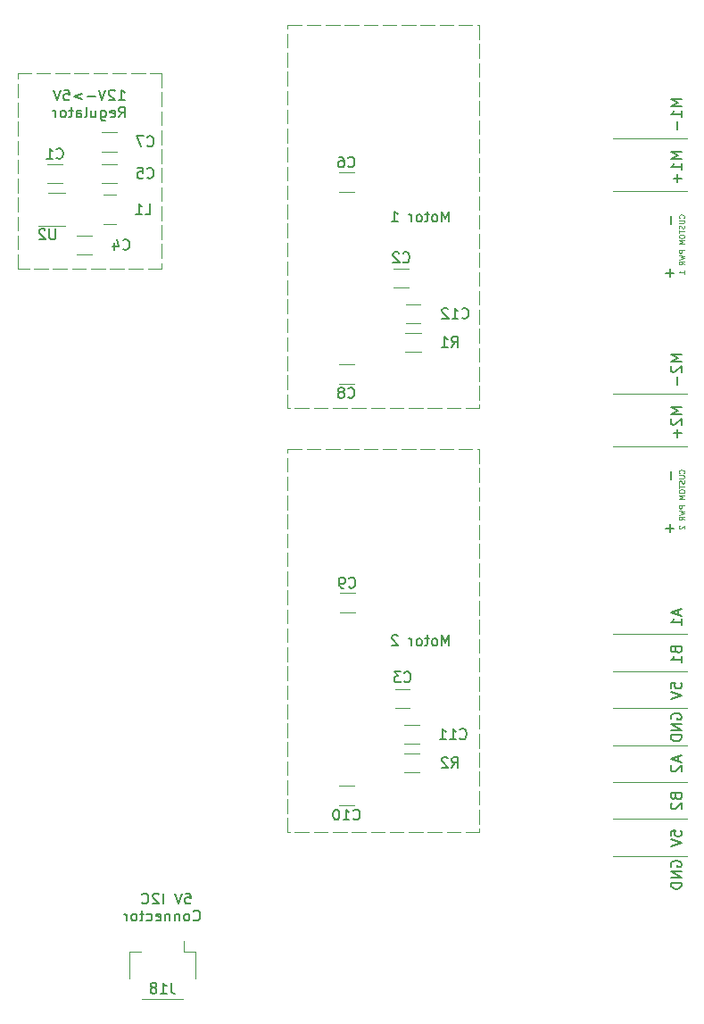
<source format=gbr>
%TF.GenerationSoftware,KiCad,Pcbnew,7.0.9*%
%TF.CreationDate,2024-02-10T00:09:35-05:00*%
%TF.ProjectId,BREAD_Slice,42524541-445f-4536-9c69-63652e6b6963,rev?*%
%TF.SameCoordinates,PX74eba40PY8552dc0*%
%TF.FileFunction,Legend,Bot*%
%TF.FilePolarity,Positive*%
%FSLAX46Y46*%
G04 Gerber Fmt 4.6, Leading zero omitted, Abs format (unit mm)*
G04 Created by KiCad (PCBNEW 7.0.9) date 2024-02-10 00:09:35*
%MOMM*%
%LPD*%
G01*
G04 APERTURE LIST*
%ADD10C,0.120000*%
%ADD11C,0.125000*%
%ADD12C,0.150000*%
%ADD13C,0.100000*%
G04 APERTURE END LIST*
D10*
X31900000Y52864450D02*
X33220000Y52864450D01*
X33700000Y52864450D02*
X35020000Y52864450D01*
X35500000Y52864450D02*
X36820000Y52864450D01*
X37300000Y52864450D02*
X38620000Y52864450D01*
X39100000Y52864450D02*
X40420000Y52864450D01*
X40900000Y52864450D02*
X42220000Y52864450D01*
X42700000Y52864450D02*
X44020000Y52864450D01*
X44500000Y52864450D02*
X45820000Y52864450D01*
X46300000Y52864450D02*
X47620000Y52864450D01*
X48100000Y52864450D02*
X49420000Y52864450D01*
X49900000Y52864450D02*
X50100000Y52864450D01*
X50100000Y52864450D02*
X50100000Y51544450D01*
X50100000Y51064450D02*
X50100000Y49744450D01*
X50100000Y49264450D02*
X50100000Y47944450D01*
X50100000Y47464450D02*
X50100000Y46144450D01*
X50100000Y45664450D02*
X50100000Y44344450D01*
X50100000Y43864450D02*
X50100000Y42544450D01*
X50100000Y42064450D02*
X50100000Y40744450D01*
X50100000Y40264450D02*
X50100000Y38944450D01*
X50100000Y38464450D02*
X50100000Y37144450D01*
X50100000Y36664450D02*
X50100000Y35344450D01*
X50100000Y34864450D02*
X50100000Y33544450D01*
X50100000Y33064450D02*
X50100000Y31744450D01*
X50100000Y31264450D02*
X50100000Y29944450D01*
X50100000Y29464450D02*
X50100000Y28144450D01*
X50100000Y27664450D02*
X50100000Y26344450D01*
X50100000Y25864450D02*
X50100000Y24544450D01*
X50100000Y24064450D02*
X50100000Y22744450D01*
X50100000Y22264450D02*
X50100000Y20944450D01*
X50100000Y20464450D02*
X50100000Y19144450D01*
X50100000Y18664450D02*
X50100000Y17344450D01*
X50100000Y16864450D02*
X50100000Y16539050D01*
X50100000Y16539050D02*
X48780000Y16539050D01*
X48300000Y16539050D02*
X46980000Y16539050D01*
X46500000Y16539050D02*
X45180000Y16539050D01*
X44700000Y16539050D02*
X43380000Y16539050D01*
X42900000Y16539050D02*
X41580000Y16539050D01*
X41100000Y16539050D02*
X39780000Y16539050D01*
X39300000Y16539050D02*
X37980000Y16539050D01*
X37500000Y16539050D02*
X36180000Y16539050D01*
X35700000Y16539050D02*
X34380000Y16539050D01*
X33900000Y16539050D02*
X32580000Y16539050D01*
X32100000Y16539050D02*
X31900000Y16539050D01*
X31900000Y16539050D02*
X31900000Y17859050D01*
X31900000Y18339050D02*
X31900000Y19659050D01*
X31900000Y20139050D02*
X31900000Y21459050D01*
X31900000Y21939050D02*
X31900000Y23259050D01*
X31900000Y23739050D02*
X31900000Y25059050D01*
X31900000Y25539050D02*
X31900000Y26859050D01*
X31900000Y27339050D02*
X31900000Y28659050D01*
X31900000Y29139050D02*
X31900000Y30459050D01*
X31900000Y30939050D02*
X31900000Y32259050D01*
X31900000Y32739050D02*
X31900000Y34059050D01*
X31900000Y34539050D02*
X31900000Y35859050D01*
X31900000Y36339050D02*
X31900000Y37659050D01*
X31900000Y38139050D02*
X31900000Y39459050D01*
X31900000Y39939050D02*
X31900000Y41259050D01*
X31900000Y41739050D02*
X31900000Y43059050D01*
X31900000Y43539050D02*
X31900000Y44859050D01*
X31900000Y45339050D02*
X31900000Y46659050D01*
X31900000Y47139050D02*
X31900000Y48459050D01*
X31900000Y48939050D02*
X31900000Y50259050D01*
X31900000Y50739050D02*
X31900000Y52059050D01*
X31900000Y52539050D02*
X31900000Y52864450D01*
X31900000Y93064450D02*
X33220000Y93064450D01*
X33700000Y93064450D02*
X35020000Y93064450D01*
X35500000Y93064450D02*
X36820000Y93064450D01*
X37300000Y93064450D02*
X38620000Y93064450D01*
X39100000Y93064450D02*
X40420000Y93064450D01*
X40900000Y93064450D02*
X42220000Y93064450D01*
X42700000Y93064450D02*
X44020000Y93064450D01*
X44500000Y93064450D02*
X45820000Y93064450D01*
X46300000Y93064450D02*
X47620000Y93064450D01*
X48100000Y93064450D02*
X49420000Y93064450D01*
X49900000Y93064450D02*
X50100000Y93064450D01*
X50100000Y93064450D02*
X50100000Y91744450D01*
X50100000Y91264450D02*
X50100000Y89944450D01*
X50100000Y89464450D02*
X50100000Y88144450D01*
X50100000Y87664450D02*
X50100000Y86344450D01*
X50100000Y85864450D02*
X50100000Y84544450D01*
X50100000Y84064450D02*
X50100000Y82744450D01*
X50100000Y82264450D02*
X50100000Y80944450D01*
X50100000Y80464450D02*
X50100000Y79144450D01*
X50100000Y78664450D02*
X50100000Y77344450D01*
X50100000Y76864450D02*
X50100000Y75544450D01*
X50100000Y75064450D02*
X50100000Y73744450D01*
X50100000Y73264450D02*
X50100000Y71944450D01*
X50100000Y71464450D02*
X50100000Y70144450D01*
X50100000Y69664450D02*
X50100000Y68344450D01*
X50100000Y67864450D02*
X50100000Y66544450D01*
X50100000Y66064450D02*
X50100000Y64744450D01*
X50100000Y64264450D02*
X50100000Y62944450D01*
X50100000Y62464450D02*
X50100000Y61144450D01*
X50100000Y60664450D02*
X50100000Y59344450D01*
X50100000Y58864450D02*
X50100000Y57544450D01*
X50100000Y57064450D02*
X50100000Y56739050D01*
X50100000Y56739050D02*
X48780000Y56739050D01*
X48300000Y56739050D02*
X46980000Y56739050D01*
X46500000Y56739050D02*
X45180000Y56739050D01*
X44700000Y56739050D02*
X43380000Y56739050D01*
X42900000Y56739050D02*
X41580000Y56739050D01*
X41100000Y56739050D02*
X39780000Y56739050D01*
X39300000Y56739050D02*
X37980000Y56739050D01*
X37500000Y56739050D02*
X36180000Y56739050D01*
X35700000Y56739050D02*
X34380000Y56739050D01*
X33900000Y56739050D02*
X32580000Y56739050D01*
X32100000Y56739050D02*
X31900000Y56739050D01*
X31900000Y56739050D02*
X31900000Y58059050D01*
X31900000Y58539050D02*
X31900000Y59859050D01*
X31900000Y60339050D02*
X31900000Y61659050D01*
X31900000Y62139050D02*
X31900000Y63459050D01*
X31900000Y63939050D02*
X31900000Y65259050D01*
X31900000Y65739050D02*
X31900000Y67059050D01*
X31900000Y67539050D02*
X31900000Y68859050D01*
X31900000Y69339050D02*
X31900000Y70659050D01*
X31900000Y71139050D02*
X31900000Y72459050D01*
X31900000Y72939050D02*
X31900000Y74259050D01*
X31900000Y74739050D02*
X31900000Y76059050D01*
X31900000Y76539050D02*
X31900000Y77859050D01*
X31900000Y78339050D02*
X31900000Y79659050D01*
X31900000Y80139050D02*
X31900000Y81459050D01*
X31900000Y81939050D02*
X31900000Y83259050D01*
X31900000Y83739050D02*
X31900000Y85059050D01*
X31900000Y85539050D02*
X31900000Y86859050D01*
X31900000Y87339050D02*
X31900000Y88659050D01*
X31900000Y89139050D02*
X31900000Y90459050D01*
X31900000Y90939050D02*
X31900000Y92259050D01*
X31900000Y92739050D02*
X31900000Y93064450D01*
X6250000Y88500000D02*
X7570000Y88500000D01*
X8050000Y88500000D02*
X9370000Y88500000D01*
X9850000Y88500000D02*
X11170000Y88500000D01*
X11650000Y88500000D02*
X12970000Y88500000D01*
X13450000Y88500000D02*
X14770000Y88500000D01*
X15250000Y88500000D02*
X16570000Y88500000D01*
X17050000Y88500000D02*
X18370000Y88500000D01*
X18850000Y88500000D02*
X19950000Y88500000D01*
X19950000Y88500000D02*
X19950000Y87180000D01*
X19950000Y86700000D02*
X19950000Y85380000D01*
X19950000Y84900000D02*
X19950000Y83580000D01*
X19950000Y83100000D02*
X19950000Y81780000D01*
X19950000Y81300000D02*
X19950000Y79980000D01*
X19950000Y79500000D02*
X19950000Y78180000D01*
X19950000Y77700000D02*
X19950000Y76380000D01*
X19950000Y75900000D02*
X19950000Y74580000D01*
X19950000Y74100000D02*
X19950000Y72780000D01*
X19950000Y72300000D02*
X19950000Y70980000D01*
X19950000Y70500000D02*
X19950000Y70000000D01*
X19950000Y70000000D02*
X18630000Y70000000D01*
X18150000Y70000000D02*
X16830000Y70000000D01*
X16350000Y70000000D02*
X15030000Y70000000D01*
X14550000Y70000000D02*
X13230000Y70000000D01*
X12750000Y70000000D02*
X11430000Y70000000D01*
X10950000Y70000000D02*
X9630000Y70000000D01*
X9150000Y70000000D02*
X7830000Y70000000D01*
X7350000Y70000000D02*
X6250000Y70000000D01*
X6250000Y70000000D02*
X6250000Y71320000D01*
X6250000Y71800000D02*
X6250000Y73120000D01*
X6250000Y73600000D02*
X6250000Y74920000D01*
X6250000Y75400000D02*
X6250000Y76720000D01*
X6250000Y77200000D02*
X6250000Y78520000D01*
X6250000Y79000000D02*
X6250000Y80320000D01*
X6250000Y80800000D02*
X6250000Y82120000D01*
X6250000Y82600000D02*
X6250000Y83920000D01*
X6250000Y84400000D02*
X6250000Y85720000D01*
X6250000Y86200000D02*
X6250000Y87520000D01*
X6250000Y88000000D02*
X6250000Y88500000D01*
D11*
X69477190Y74788096D02*
X69501000Y74811905D01*
X69501000Y74811905D02*
X69524809Y74883334D01*
X69524809Y74883334D02*
X69524809Y74930953D01*
X69524809Y74930953D02*
X69501000Y75002381D01*
X69501000Y75002381D02*
X69453380Y75050000D01*
X69453380Y75050000D02*
X69405761Y75073810D01*
X69405761Y75073810D02*
X69310523Y75097619D01*
X69310523Y75097619D02*
X69239095Y75097619D01*
X69239095Y75097619D02*
X69143857Y75073810D01*
X69143857Y75073810D02*
X69096238Y75050000D01*
X69096238Y75050000D02*
X69048619Y75002381D01*
X69048619Y75002381D02*
X69024809Y74930953D01*
X69024809Y74930953D02*
X69024809Y74883334D01*
X69024809Y74883334D02*
X69048619Y74811905D01*
X69048619Y74811905D02*
X69072428Y74788096D01*
X69024809Y74573810D02*
X69429571Y74573810D01*
X69429571Y74573810D02*
X69477190Y74550000D01*
X69477190Y74550000D02*
X69501000Y74526191D01*
X69501000Y74526191D02*
X69524809Y74478572D01*
X69524809Y74478572D02*
X69524809Y74383334D01*
X69524809Y74383334D02*
X69501000Y74335715D01*
X69501000Y74335715D02*
X69477190Y74311905D01*
X69477190Y74311905D02*
X69429571Y74288096D01*
X69429571Y74288096D02*
X69024809Y74288096D01*
X69501000Y74073809D02*
X69524809Y74002381D01*
X69524809Y74002381D02*
X69524809Y73883333D01*
X69524809Y73883333D02*
X69501000Y73835714D01*
X69501000Y73835714D02*
X69477190Y73811905D01*
X69477190Y73811905D02*
X69429571Y73788095D01*
X69429571Y73788095D02*
X69381952Y73788095D01*
X69381952Y73788095D02*
X69334333Y73811905D01*
X69334333Y73811905D02*
X69310523Y73835714D01*
X69310523Y73835714D02*
X69286714Y73883333D01*
X69286714Y73883333D02*
X69262904Y73978571D01*
X69262904Y73978571D02*
X69239095Y74026190D01*
X69239095Y74026190D02*
X69215285Y74050000D01*
X69215285Y74050000D02*
X69167666Y74073809D01*
X69167666Y74073809D02*
X69120047Y74073809D01*
X69120047Y74073809D02*
X69072428Y74050000D01*
X69072428Y74050000D02*
X69048619Y74026190D01*
X69048619Y74026190D02*
X69024809Y73978571D01*
X69024809Y73978571D02*
X69024809Y73859524D01*
X69024809Y73859524D02*
X69048619Y73788095D01*
X69024809Y73645238D02*
X69024809Y73359524D01*
X69524809Y73502381D02*
X69024809Y73502381D01*
X69024809Y73097620D02*
X69024809Y73002382D01*
X69024809Y73002382D02*
X69048619Y72954763D01*
X69048619Y72954763D02*
X69096238Y72907144D01*
X69096238Y72907144D02*
X69191476Y72883334D01*
X69191476Y72883334D02*
X69358142Y72883334D01*
X69358142Y72883334D02*
X69453380Y72907144D01*
X69453380Y72907144D02*
X69501000Y72954763D01*
X69501000Y72954763D02*
X69524809Y73002382D01*
X69524809Y73002382D02*
X69524809Y73097620D01*
X69524809Y73097620D02*
X69501000Y73145239D01*
X69501000Y73145239D02*
X69453380Y73192858D01*
X69453380Y73192858D02*
X69358142Y73216667D01*
X69358142Y73216667D02*
X69191476Y73216667D01*
X69191476Y73216667D02*
X69096238Y73192858D01*
X69096238Y73192858D02*
X69048619Y73145239D01*
X69048619Y73145239D02*
X69024809Y73097620D01*
X69524809Y72669048D02*
X69024809Y72669048D01*
X69024809Y72669048D02*
X69381952Y72502381D01*
X69381952Y72502381D02*
X69024809Y72335715D01*
X69024809Y72335715D02*
X69524809Y72335715D01*
X69524809Y71716667D02*
X69024809Y71716667D01*
X69024809Y71716667D02*
X69024809Y71526191D01*
X69024809Y71526191D02*
X69048619Y71478572D01*
X69048619Y71478572D02*
X69072428Y71454762D01*
X69072428Y71454762D02*
X69120047Y71430953D01*
X69120047Y71430953D02*
X69191476Y71430953D01*
X69191476Y71430953D02*
X69239095Y71454762D01*
X69239095Y71454762D02*
X69262904Y71478572D01*
X69262904Y71478572D02*
X69286714Y71526191D01*
X69286714Y71526191D02*
X69286714Y71716667D01*
X69024809Y71264286D02*
X69524809Y71145238D01*
X69524809Y71145238D02*
X69167666Y71050000D01*
X69167666Y71050000D02*
X69524809Y70954762D01*
X69524809Y70954762D02*
X69024809Y70835714D01*
X69524809Y70359524D02*
X69286714Y70526190D01*
X69524809Y70645238D02*
X69024809Y70645238D01*
X69024809Y70645238D02*
X69024809Y70454762D01*
X69024809Y70454762D02*
X69048619Y70407143D01*
X69048619Y70407143D02*
X69072428Y70383333D01*
X69072428Y70383333D02*
X69120047Y70359524D01*
X69120047Y70359524D02*
X69191476Y70359524D01*
X69191476Y70359524D02*
X69239095Y70383333D01*
X69239095Y70383333D02*
X69262904Y70407143D01*
X69262904Y70407143D02*
X69286714Y70454762D01*
X69286714Y70454762D02*
X69286714Y70645238D01*
X69524809Y69502381D02*
X69524809Y69788095D01*
X69524809Y69645238D02*
X69024809Y69645238D01*
X69024809Y69645238D02*
X69096238Y69692857D01*
X69096238Y69692857D02*
X69143857Y69740476D01*
X69143857Y69740476D02*
X69167666Y69788095D01*
D12*
X68969104Y23714286D02*
X68969104Y23238096D01*
X69254819Y23809524D02*
X68254819Y23476191D01*
X68254819Y23476191D02*
X69254819Y23142858D01*
X68350057Y22857143D02*
X68302438Y22809524D01*
X68302438Y22809524D02*
X68254819Y22714286D01*
X68254819Y22714286D02*
X68254819Y22476191D01*
X68254819Y22476191D02*
X68302438Y22380953D01*
X68302438Y22380953D02*
X68350057Y22333334D01*
X68350057Y22333334D02*
X68445295Y22285715D01*
X68445295Y22285715D02*
X68540533Y22285715D01*
X68540533Y22285715D02*
X68683390Y22333334D01*
X68683390Y22333334D02*
X69254819Y22904762D01*
X69254819Y22904762D02*
X69254819Y22285715D01*
X67776048Y45373867D02*
X68537953Y45373867D01*
X68157000Y45754820D02*
X68157000Y44992915D01*
X68731009Y19904762D02*
X68778628Y19761905D01*
X68778628Y19761905D02*
X68826247Y19714286D01*
X68826247Y19714286D02*
X68921485Y19666667D01*
X68921485Y19666667D02*
X69064342Y19666667D01*
X69064342Y19666667D02*
X69159580Y19714286D01*
X69159580Y19714286D02*
X69207200Y19761905D01*
X69207200Y19761905D02*
X69254819Y19857143D01*
X69254819Y19857143D02*
X69254819Y20238095D01*
X69254819Y20238095D02*
X68254819Y20238095D01*
X68254819Y20238095D02*
X68254819Y19904762D01*
X68254819Y19904762D02*
X68302438Y19809524D01*
X68302438Y19809524D02*
X68350057Y19761905D01*
X68350057Y19761905D02*
X68445295Y19714286D01*
X68445295Y19714286D02*
X68540533Y19714286D01*
X68540533Y19714286D02*
X68635771Y19761905D01*
X68635771Y19761905D02*
X68683390Y19809524D01*
X68683390Y19809524D02*
X68731009Y19904762D01*
X68731009Y19904762D02*
X68731009Y20238095D01*
X68350057Y19285714D02*
X68302438Y19238095D01*
X68302438Y19238095D02*
X68254819Y19142857D01*
X68254819Y19142857D02*
X68254819Y18904762D01*
X68254819Y18904762D02*
X68302438Y18809524D01*
X68302438Y18809524D02*
X68350057Y18761905D01*
X68350057Y18761905D02*
X68445295Y18714286D01*
X68445295Y18714286D02*
X68540533Y18714286D01*
X68540533Y18714286D02*
X68683390Y18761905D01*
X68683390Y18761905D02*
X69254819Y19333333D01*
X69254819Y19333333D02*
X69254819Y18714286D01*
X68969104Y37614286D02*
X68969104Y37138096D01*
X69254819Y37709524D02*
X68254819Y37376191D01*
X68254819Y37376191D02*
X69254819Y37042858D01*
X69254819Y36185715D02*
X69254819Y36757143D01*
X69254819Y36471429D02*
X68254819Y36471429D01*
X68254819Y36471429D02*
X68397676Y36566667D01*
X68397676Y36566667D02*
X68492914Y36661905D01*
X68492914Y36661905D02*
X68540533Y36757143D01*
X67776048Y69573867D02*
X68537953Y69573867D01*
X68157000Y69954820D02*
X68157000Y69192915D01*
X68254819Y30190477D02*
X68254819Y30666667D01*
X68254819Y30666667D02*
X68731009Y30714286D01*
X68731009Y30714286D02*
X68683390Y30666667D01*
X68683390Y30666667D02*
X68635771Y30571429D01*
X68635771Y30571429D02*
X68635771Y30333334D01*
X68635771Y30333334D02*
X68683390Y30238096D01*
X68683390Y30238096D02*
X68731009Y30190477D01*
X68731009Y30190477D02*
X68826247Y30142858D01*
X68826247Y30142858D02*
X69064342Y30142858D01*
X69064342Y30142858D02*
X69159580Y30190477D01*
X69159580Y30190477D02*
X69207200Y30238096D01*
X69207200Y30238096D02*
X69254819Y30333334D01*
X69254819Y30333334D02*
X69254819Y30571429D01*
X69254819Y30571429D02*
X69207200Y30666667D01*
X69207200Y30666667D02*
X69159580Y30714286D01*
X68254819Y29857143D02*
X69254819Y29523810D01*
X69254819Y29523810D02*
X68254819Y29190477D01*
X68230865Y74980952D02*
X68230865Y74219047D01*
X68254819Y16190477D02*
X68254819Y16666667D01*
X68254819Y16666667D02*
X68731009Y16714286D01*
X68731009Y16714286D02*
X68683390Y16666667D01*
X68683390Y16666667D02*
X68635771Y16571429D01*
X68635771Y16571429D02*
X68635771Y16333334D01*
X68635771Y16333334D02*
X68683390Y16238096D01*
X68683390Y16238096D02*
X68731009Y16190477D01*
X68731009Y16190477D02*
X68826247Y16142858D01*
X68826247Y16142858D02*
X69064342Y16142858D01*
X69064342Y16142858D02*
X69159580Y16190477D01*
X69159580Y16190477D02*
X69207200Y16238096D01*
X69207200Y16238096D02*
X69254819Y16333334D01*
X69254819Y16333334D02*
X69254819Y16571429D01*
X69254819Y16571429D02*
X69207200Y16666667D01*
X69207200Y16666667D02*
X69159580Y16714286D01*
X68254819Y15857143D02*
X69254819Y15523810D01*
X69254819Y15523810D02*
X68254819Y15190477D01*
X15861904Y85940181D02*
X16433332Y85940181D01*
X16147618Y85940181D02*
X16147618Y86940181D01*
X16147618Y86940181D02*
X16242856Y86797324D01*
X16242856Y86797324D02*
X16338094Y86702086D01*
X16338094Y86702086D02*
X16433332Y86654467D01*
X15480951Y86844943D02*
X15433332Y86892562D01*
X15433332Y86892562D02*
X15338094Y86940181D01*
X15338094Y86940181D02*
X15099999Y86940181D01*
X15099999Y86940181D02*
X15004761Y86892562D01*
X15004761Y86892562D02*
X14957142Y86844943D01*
X14957142Y86844943D02*
X14909523Y86749705D01*
X14909523Y86749705D02*
X14909523Y86654467D01*
X14909523Y86654467D02*
X14957142Y86511610D01*
X14957142Y86511610D02*
X15528570Y85940181D01*
X15528570Y85940181D02*
X14909523Y85940181D01*
X14623808Y86940181D02*
X14290475Y85940181D01*
X14290475Y85940181D02*
X13957142Y86940181D01*
X13623808Y86321134D02*
X12861904Y86321134D01*
X12385713Y86606848D02*
X11623809Y86321134D01*
X11623809Y86321134D02*
X12385713Y86035420D01*
X10671428Y86940181D02*
X11147618Y86940181D01*
X11147618Y86940181D02*
X11195237Y86463991D01*
X11195237Y86463991D02*
X11147618Y86511610D01*
X11147618Y86511610D02*
X11052380Y86559229D01*
X11052380Y86559229D02*
X10814285Y86559229D01*
X10814285Y86559229D02*
X10719047Y86511610D01*
X10719047Y86511610D02*
X10671428Y86463991D01*
X10671428Y86463991D02*
X10623809Y86368753D01*
X10623809Y86368753D02*
X10623809Y86130658D01*
X10623809Y86130658D02*
X10671428Y86035420D01*
X10671428Y86035420D02*
X10719047Y85987800D01*
X10719047Y85987800D02*
X10814285Y85940181D01*
X10814285Y85940181D02*
X11052380Y85940181D01*
X11052380Y85940181D02*
X11147618Y85987800D01*
X11147618Y85987800D02*
X11195237Y86035420D01*
X10338094Y86940181D02*
X10004761Y85940181D01*
X10004761Y85940181D02*
X9671428Y86940181D01*
X15885715Y84330181D02*
X16219048Y84806372D01*
X16457143Y84330181D02*
X16457143Y85330181D01*
X16457143Y85330181D02*
X16076191Y85330181D01*
X16076191Y85330181D02*
X15980953Y85282562D01*
X15980953Y85282562D02*
X15933334Y85234943D01*
X15933334Y85234943D02*
X15885715Y85139705D01*
X15885715Y85139705D02*
X15885715Y84996848D01*
X15885715Y84996848D02*
X15933334Y84901610D01*
X15933334Y84901610D02*
X15980953Y84853991D01*
X15980953Y84853991D02*
X16076191Y84806372D01*
X16076191Y84806372D02*
X16457143Y84806372D01*
X15076191Y84377800D02*
X15171429Y84330181D01*
X15171429Y84330181D02*
X15361905Y84330181D01*
X15361905Y84330181D02*
X15457143Y84377800D01*
X15457143Y84377800D02*
X15504762Y84473039D01*
X15504762Y84473039D02*
X15504762Y84853991D01*
X15504762Y84853991D02*
X15457143Y84949229D01*
X15457143Y84949229D02*
X15361905Y84996848D01*
X15361905Y84996848D02*
X15171429Y84996848D01*
X15171429Y84996848D02*
X15076191Y84949229D01*
X15076191Y84949229D02*
X15028572Y84853991D01*
X15028572Y84853991D02*
X15028572Y84758753D01*
X15028572Y84758753D02*
X15504762Y84663515D01*
X14171429Y84996848D02*
X14171429Y84187324D01*
X14171429Y84187324D02*
X14219048Y84092086D01*
X14219048Y84092086D02*
X14266667Y84044467D01*
X14266667Y84044467D02*
X14361905Y83996848D01*
X14361905Y83996848D02*
X14504762Y83996848D01*
X14504762Y83996848D02*
X14600000Y84044467D01*
X14171429Y84377800D02*
X14266667Y84330181D01*
X14266667Y84330181D02*
X14457143Y84330181D01*
X14457143Y84330181D02*
X14552381Y84377800D01*
X14552381Y84377800D02*
X14600000Y84425420D01*
X14600000Y84425420D02*
X14647619Y84520658D01*
X14647619Y84520658D02*
X14647619Y84806372D01*
X14647619Y84806372D02*
X14600000Y84901610D01*
X14600000Y84901610D02*
X14552381Y84949229D01*
X14552381Y84949229D02*
X14457143Y84996848D01*
X14457143Y84996848D02*
X14266667Y84996848D01*
X14266667Y84996848D02*
X14171429Y84949229D01*
X13266667Y84996848D02*
X13266667Y84330181D01*
X13695238Y84996848D02*
X13695238Y84473039D01*
X13695238Y84473039D02*
X13647619Y84377800D01*
X13647619Y84377800D02*
X13552381Y84330181D01*
X13552381Y84330181D02*
X13409524Y84330181D01*
X13409524Y84330181D02*
X13314286Y84377800D01*
X13314286Y84377800D02*
X13266667Y84425420D01*
X12647619Y84330181D02*
X12742857Y84377800D01*
X12742857Y84377800D02*
X12790476Y84473039D01*
X12790476Y84473039D02*
X12790476Y85330181D01*
X11838095Y84330181D02*
X11838095Y84853991D01*
X11838095Y84853991D02*
X11885714Y84949229D01*
X11885714Y84949229D02*
X11980952Y84996848D01*
X11980952Y84996848D02*
X12171428Y84996848D01*
X12171428Y84996848D02*
X12266666Y84949229D01*
X11838095Y84377800D02*
X11933333Y84330181D01*
X11933333Y84330181D02*
X12171428Y84330181D01*
X12171428Y84330181D02*
X12266666Y84377800D01*
X12266666Y84377800D02*
X12314285Y84473039D01*
X12314285Y84473039D02*
X12314285Y84568277D01*
X12314285Y84568277D02*
X12266666Y84663515D01*
X12266666Y84663515D02*
X12171428Y84711134D01*
X12171428Y84711134D02*
X11933333Y84711134D01*
X11933333Y84711134D02*
X11838095Y84758753D01*
X11504761Y84996848D02*
X11123809Y84996848D01*
X11361904Y85330181D02*
X11361904Y84473039D01*
X11361904Y84473039D02*
X11314285Y84377800D01*
X11314285Y84377800D02*
X11219047Y84330181D01*
X11219047Y84330181D02*
X11123809Y84330181D01*
X10647618Y84330181D02*
X10742856Y84377800D01*
X10742856Y84377800D02*
X10790475Y84425420D01*
X10790475Y84425420D02*
X10838094Y84520658D01*
X10838094Y84520658D02*
X10838094Y84806372D01*
X10838094Y84806372D02*
X10790475Y84901610D01*
X10790475Y84901610D02*
X10742856Y84949229D01*
X10742856Y84949229D02*
X10647618Y84996848D01*
X10647618Y84996848D02*
X10504761Y84996848D01*
X10504761Y84996848D02*
X10409523Y84949229D01*
X10409523Y84949229D02*
X10361904Y84901610D01*
X10361904Y84901610D02*
X10314285Y84806372D01*
X10314285Y84806372D02*
X10314285Y84520658D01*
X10314285Y84520658D02*
X10361904Y84425420D01*
X10361904Y84425420D02*
X10409523Y84377800D01*
X10409523Y84377800D02*
X10504761Y84330181D01*
X10504761Y84330181D02*
X10647618Y84330181D01*
X9885713Y84330181D02*
X9885713Y84996848D01*
X9885713Y84806372D02*
X9838094Y84901610D01*
X9838094Y84901610D02*
X9790475Y84949229D01*
X9790475Y84949229D02*
X9695237Y84996848D01*
X9695237Y84996848D02*
X9599999Y84996848D01*
X47190476Y74430181D02*
X47190476Y75430181D01*
X47190476Y75430181D02*
X46857143Y74715896D01*
X46857143Y74715896D02*
X46523810Y75430181D01*
X46523810Y75430181D02*
X46523810Y74430181D01*
X45904762Y74430181D02*
X46000000Y74477800D01*
X46000000Y74477800D02*
X46047619Y74525420D01*
X46047619Y74525420D02*
X46095238Y74620658D01*
X46095238Y74620658D02*
X46095238Y74906372D01*
X46095238Y74906372D02*
X46047619Y75001610D01*
X46047619Y75001610D02*
X46000000Y75049229D01*
X46000000Y75049229D02*
X45904762Y75096848D01*
X45904762Y75096848D02*
X45761905Y75096848D01*
X45761905Y75096848D02*
X45666667Y75049229D01*
X45666667Y75049229D02*
X45619048Y75001610D01*
X45619048Y75001610D02*
X45571429Y74906372D01*
X45571429Y74906372D02*
X45571429Y74620658D01*
X45571429Y74620658D02*
X45619048Y74525420D01*
X45619048Y74525420D02*
X45666667Y74477800D01*
X45666667Y74477800D02*
X45761905Y74430181D01*
X45761905Y74430181D02*
X45904762Y74430181D01*
X45285714Y75096848D02*
X44904762Y75096848D01*
X45142857Y75430181D02*
X45142857Y74573039D01*
X45142857Y74573039D02*
X45095238Y74477800D01*
X45095238Y74477800D02*
X45000000Y74430181D01*
X45000000Y74430181D02*
X44904762Y74430181D01*
X44428571Y74430181D02*
X44523809Y74477800D01*
X44523809Y74477800D02*
X44571428Y74525420D01*
X44571428Y74525420D02*
X44619047Y74620658D01*
X44619047Y74620658D02*
X44619047Y74906372D01*
X44619047Y74906372D02*
X44571428Y75001610D01*
X44571428Y75001610D02*
X44523809Y75049229D01*
X44523809Y75049229D02*
X44428571Y75096848D01*
X44428571Y75096848D02*
X44285714Y75096848D01*
X44285714Y75096848D02*
X44190476Y75049229D01*
X44190476Y75049229D02*
X44142857Y75001610D01*
X44142857Y75001610D02*
X44095238Y74906372D01*
X44095238Y74906372D02*
X44095238Y74620658D01*
X44095238Y74620658D02*
X44142857Y74525420D01*
X44142857Y74525420D02*
X44190476Y74477800D01*
X44190476Y74477800D02*
X44285714Y74430181D01*
X44285714Y74430181D02*
X44428571Y74430181D01*
X43666666Y74430181D02*
X43666666Y75096848D01*
X43666666Y74906372D02*
X43619047Y75001610D01*
X43619047Y75001610D02*
X43571428Y75049229D01*
X43571428Y75049229D02*
X43476190Y75096848D01*
X43476190Y75096848D02*
X43380952Y75096848D01*
X41761904Y74430181D02*
X42333332Y74430181D01*
X42047618Y74430181D02*
X42047618Y75430181D01*
X42047618Y75430181D02*
X42142856Y75287324D01*
X42142856Y75287324D02*
X42238094Y75192086D01*
X42238094Y75192086D02*
X42333332Y75144467D01*
X68302438Y13261905D02*
X68254819Y13357143D01*
X68254819Y13357143D02*
X68254819Y13500000D01*
X68254819Y13500000D02*
X68302438Y13642857D01*
X68302438Y13642857D02*
X68397676Y13738095D01*
X68397676Y13738095D02*
X68492914Y13785714D01*
X68492914Y13785714D02*
X68683390Y13833333D01*
X68683390Y13833333D02*
X68826247Y13833333D01*
X68826247Y13833333D02*
X69016723Y13785714D01*
X69016723Y13785714D02*
X69111961Y13738095D01*
X69111961Y13738095D02*
X69207200Y13642857D01*
X69207200Y13642857D02*
X69254819Y13500000D01*
X69254819Y13500000D02*
X69254819Y13404762D01*
X69254819Y13404762D02*
X69207200Y13261905D01*
X69207200Y13261905D02*
X69159580Y13214286D01*
X69159580Y13214286D02*
X68826247Y13214286D01*
X68826247Y13214286D02*
X68826247Y13404762D01*
X69254819Y12785714D02*
X68254819Y12785714D01*
X68254819Y12785714D02*
X69254819Y12214286D01*
X69254819Y12214286D02*
X68254819Y12214286D01*
X69254819Y11738095D02*
X68254819Y11738095D01*
X68254819Y11738095D02*
X68254819Y11500000D01*
X68254819Y11500000D02*
X68302438Y11357143D01*
X68302438Y11357143D02*
X68397676Y11261905D01*
X68397676Y11261905D02*
X68492914Y11214286D01*
X68492914Y11214286D02*
X68683390Y11166667D01*
X68683390Y11166667D02*
X68826247Y11166667D01*
X68826247Y11166667D02*
X69016723Y11214286D01*
X69016723Y11214286D02*
X69111961Y11261905D01*
X69111961Y11261905D02*
X69207200Y11357143D01*
X69207200Y11357143D02*
X69254819Y11500000D01*
X69254819Y11500000D02*
X69254819Y11738095D01*
X68302438Y27261905D02*
X68254819Y27357143D01*
X68254819Y27357143D02*
X68254819Y27500000D01*
X68254819Y27500000D02*
X68302438Y27642857D01*
X68302438Y27642857D02*
X68397676Y27738095D01*
X68397676Y27738095D02*
X68492914Y27785714D01*
X68492914Y27785714D02*
X68683390Y27833333D01*
X68683390Y27833333D02*
X68826247Y27833333D01*
X68826247Y27833333D02*
X69016723Y27785714D01*
X69016723Y27785714D02*
X69111961Y27738095D01*
X69111961Y27738095D02*
X69207200Y27642857D01*
X69207200Y27642857D02*
X69254819Y27500000D01*
X69254819Y27500000D02*
X69254819Y27404762D01*
X69254819Y27404762D02*
X69207200Y27261905D01*
X69207200Y27261905D02*
X69159580Y27214286D01*
X69159580Y27214286D02*
X68826247Y27214286D01*
X68826247Y27214286D02*
X68826247Y27404762D01*
X69254819Y26785714D02*
X68254819Y26785714D01*
X68254819Y26785714D02*
X69254819Y26214286D01*
X69254819Y26214286D02*
X68254819Y26214286D01*
X69254819Y25738095D02*
X68254819Y25738095D01*
X68254819Y25738095D02*
X68254819Y25500000D01*
X68254819Y25500000D02*
X68302438Y25357143D01*
X68302438Y25357143D02*
X68397676Y25261905D01*
X68397676Y25261905D02*
X68492914Y25214286D01*
X68492914Y25214286D02*
X68683390Y25166667D01*
X68683390Y25166667D02*
X68826247Y25166667D01*
X68826247Y25166667D02*
X69016723Y25214286D01*
X69016723Y25214286D02*
X69111961Y25261905D01*
X69111961Y25261905D02*
X69207200Y25357143D01*
X69207200Y25357143D02*
X69254819Y25500000D01*
X69254819Y25500000D02*
X69254819Y25738095D01*
X69254819Y61828571D02*
X68254819Y61828571D01*
X68254819Y61828571D02*
X68969104Y61495238D01*
X68969104Y61495238D02*
X68254819Y61161905D01*
X68254819Y61161905D02*
X69254819Y61161905D01*
X68350057Y60733333D02*
X68302438Y60685714D01*
X68302438Y60685714D02*
X68254819Y60590476D01*
X68254819Y60590476D02*
X68254819Y60352381D01*
X68254819Y60352381D02*
X68302438Y60257143D01*
X68302438Y60257143D02*
X68350057Y60209524D01*
X68350057Y60209524D02*
X68445295Y60161905D01*
X68445295Y60161905D02*
X68540533Y60161905D01*
X68540533Y60161905D02*
X68683390Y60209524D01*
X68683390Y60209524D02*
X69254819Y60780952D01*
X69254819Y60780952D02*
X69254819Y60161905D01*
X68873866Y59733333D02*
X68873866Y58971428D01*
X22166666Y10740181D02*
X22642856Y10740181D01*
X22642856Y10740181D02*
X22690475Y10263991D01*
X22690475Y10263991D02*
X22642856Y10311610D01*
X22642856Y10311610D02*
X22547618Y10359229D01*
X22547618Y10359229D02*
X22309523Y10359229D01*
X22309523Y10359229D02*
X22214285Y10311610D01*
X22214285Y10311610D02*
X22166666Y10263991D01*
X22166666Y10263991D02*
X22119047Y10168753D01*
X22119047Y10168753D02*
X22119047Y9930658D01*
X22119047Y9930658D02*
X22166666Y9835420D01*
X22166666Y9835420D02*
X22214285Y9787800D01*
X22214285Y9787800D02*
X22309523Y9740181D01*
X22309523Y9740181D02*
X22547618Y9740181D01*
X22547618Y9740181D02*
X22642856Y9787800D01*
X22642856Y9787800D02*
X22690475Y9835420D01*
X21833332Y10740181D02*
X21499999Y9740181D01*
X21499999Y9740181D02*
X21166666Y10740181D01*
X20071427Y9740181D02*
X20071427Y10740181D01*
X19642856Y10644943D02*
X19595237Y10692562D01*
X19595237Y10692562D02*
X19499999Y10740181D01*
X19499999Y10740181D02*
X19261904Y10740181D01*
X19261904Y10740181D02*
X19166666Y10692562D01*
X19166666Y10692562D02*
X19119047Y10644943D01*
X19119047Y10644943D02*
X19071428Y10549705D01*
X19071428Y10549705D02*
X19071428Y10454467D01*
X19071428Y10454467D02*
X19119047Y10311610D01*
X19119047Y10311610D02*
X19690475Y9740181D01*
X19690475Y9740181D02*
X19071428Y9740181D01*
X18071428Y9835420D02*
X18119047Y9787800D01*
X18119047Y9787800D02*
X18261904Y9740181D01*
X18261904Y9740181D02*
X18357142Y9740181D01*
X18357142Y9740181D02*
X18499999Y9787800D01*
X18499999Y9787800D02*
X18595237Y9883039D01*
X18595237Y9883039D02*
X18642856Y9978277D01*
X18642856Y9978277D02*
X18690475Y10168753D01*
X18690475Y10168753D02*
X18690475Y10311610D01*
X18690475Y10311610D02*
X18642856Y10502086D01*
X18642856Y10502086D02*
X18595237Y10597324D01*
X18595237Y10597324D02*
X18499999Y10692562D01*
X18499999Y10692562D02*
X18357142Y10740181D01*
X18357142Y10740181D02*
X18261904Y10740181D01*
X18261904Y10740181D02*
X18119047Y10692562D01*
X18119047Y10692562D02*
X18071428Y10644943D01*
X22952381Y8225420D02*
X23000000Y8177800D01*
X23000000Y8177800D02*
X23142857Y8130181D01*
X23142857Y8130181D02*
X23238095Y8130181D01*
X23238095Y8130181D02*
X23380952Y8177800D01*
X23380952Y8177800D02*
X23476190Y8273039D01*
X23476190Y8273039D02*
X23523809Y8368277D01*
X23523809Y8368277D02*
X23571428Y8558753D01*
X23571428Y8558753D02*
X23571428Y8701610D01*
X23571428Y8701610D02*
X23523809Y8892086D01*
X23523809Y8892086D02*
X23476190Y8987324D01*
X23476190Y8987324D02*
X23380952Y9082562D01*
X23380952Y9082562D02*
X23238095Y9130181D01*
X23238095Y9130181D02*
X23142857Y9130181D01*
X23142857Y9130181D02*
X23000000Y9082562D01*
X23000000Y9082562D02*
X22952381Y9034943D01*
X22380952Y8130181D02*
X22476190Y8177800D01*
X22476190Y8177800D02*
X22523809Y8225420D01*
X22523809Y8225420D02*
X22571428Y8320658D01*
X22571428Y8320658D02*
X22571428Y8606372D01*
X22571428Y8606372D02*
X22523809Y8701610D01*
X22523809Y8701610D02*
X22476190Y8749229D01*
X22476190Y8749229D02*
X22380952Y8796848D01*
X22380952Y8796848D02*
X22238095Y8796848D01*
X22238095Y8796848D02*
X22142857Y8749229D01*
X22142857Y8749229D02*
X22095238Y8701610D01*
X22095238Y8701610D02*
X22047619Y8606372D01*
X22047619Y8606372D02*
X22047619Y8320658D01*
X22047619Y8320658D02*
X22095238Y8225420D01*
X22095238Y8225420D02*
X22142857Y8177800D01*
X22142857Y8177800D02*
X22238095Y8130181D01*
X22238095Y8130181D02*
X22380952Y8130181D01*
X21619047Y8796848D02*
X21619047Y8130181D01*
X21619047Y8701610D02*
X21571428Y8749229D01*
X21571428Y8749229D02*
X21476190Y8796848D01*
X21476190Y8796848D02*
X21333333Y8796848D01*
X21333333Y8796848D02*
X21238095Y8749229D01*
X21238095Y8749229D02*
X21190476Y8653991D01*
X21190476Y8653991D02*
X21190476Y8130181D01*
X20714285Y8796848D02*
X20714285Y8130181D01*
X20714285Y8701610D02*
X20666666Y8749229D01*
X20666666Y8749229D02*
X20571428Y8796848D01*
X20571428Y8796848D02*
X20428571Y8796848D01*
X20428571Y8796848D02*
X20333333Y8749229D01*
X20333333Y8749229D02*
X20285714Y8653991D01*
X20285714Y8653991D02*
X20285714Y8130181D01*
X19428571Y8177800D02*
X19523809Y8130181D01*
X19523809Y8130181D02*
X19714285Y8130181D01*
X19714285Y8130181D02*
X19809523Y8177800D01*
X19809523Y8177800D02*
X19857142Y8273039D01*
X19857142Y8273039D02*
X19857142Y8653991D01*
X19857142Y8653991D02*
X19809523Y8749229D01*
X19809523Y8749229D02*
X19714285Y8796848D01*
X19714285Y8796848D02*
X19523809Y8796848D01*
X19523809Y8796848D02*
X19428571Y8749229D01*
X19428571Y8749229D02*
X19380952Y8653991D01*
X19380952Y8653991D02*
X19380952Y8558753D01*
X19380952Y8558753D02*
X19857142Y8463515D01*
X18523809Y8177800D02*
X18619047Y8130181D01*
X18619047Y8130181D02*
X18809523Y8130181D01*
X18809523Y8130181D02*
X18904761Y8177800D01*
X18904761Y8177800D02*
X18952380Y8225420D01*
X18952380Y8225420D02*
X18999999Y8320658D01*
X18999999Y8320658D02*
X18999999Y8606372D01*
X18999999Y8606372D02*
X18952380Y8701610D01*
X18952380Y8701610D02*
X18904761Y8749229D01*
X18904761Y8749229D02*
X18809523Y8796848D01*
X18809523Y8796848D02*
X18619047Y8796848D01*
X18619047Y8796848D02*
X18523809Y8749229D01*
X18238094Y8796848D02*
X17857142Y8796848D01*
X18095237Y9130181D02*
X18095237Y8273039D01*
X18095237Y8273039D02*
X18047618Y8177800D01*
X18047618Y8177800D02*
X17952380Y8130181D01*
X17952380Y8130181D02*
X17857142Y8130181D01*
X17380951Y8130181D02*
X17476189Y8177800D01*
X17476189Y8177800D02*
X17523808Y8225420D01*
X17523808Y8225420D02*
X17571427Y8320658D01*
X17571427Y8320658D02*
X17571427Y8606372D01*
X17571427Y8606372D02*
X17523808Y8701610D01*
X17523808Y8701610D02*
X17476189Y8749229D01*
X17476189Y8749229D02*
X17380951Y8796848D01*
X17380951Y8796848D02*
X17238094Y8796848D01*
X17238094Y8796848D02*
X17142856Y8749229D01*
X17142856Y8749229D02*
X17095237Y8701610D01*
X17095237Y8701610D02*
X17047618Y8606372D01*
X17047618Y8606372D02*
X17047618Y8320658D01*
X17047618Y8320658D02*
X17095237Y8225420D01*
X17095237Y8225420D02*
X17142856Y8177800D01*
X17142856Y8177800D02*
X17238094Y8130181D01*
X17238094Y8130181D02*
X17380951Y8130181D01*
X16619046Y8130181D02*
X16619046Y8796848D01*
X16619046Y8606372D02*
X16571427Y8701610D01*
X16571427Y8701610D02*
X16523808Y8749229D01*
X16523808Y8749229D02*
X16428570Y8796848D01*
X16428570Y8796848D02*
X16333332Y8796848D01*
X69254819Y86028571D02*
X68254819Y86028571D01*
X68254819Y86028571D02*
X68969104Y85695238D01*
X68969104Y85695238D02*
X68254819Y85361905D01*
X68254819Y85361905D02*
X69254819Y85361905D01*
X69254819Y84361905D02*
X69254819Y84933333D01*
X69254819Y84647619D02*
X68254819Y84647619D01*
X68254819Y84647619D02*
X68397676Y84742857D01*
X68397676Y84742857D02*
X68492914Y84838095D01*
X68492914Y84838095D02*
X68540533Y84933333D01*
X68873866Y83933333D02*
X68873866Y83171428D01*
X68731009Y33804762D02*
X68778628Y33661905D01*
X68778628Y33661905D02*
X68826247Y33614286D01*
X68826247Y33614286D02*
X68921485Y33566667D01*
X68921485Y33566667D02*
X69064342Y33566667D01*
X69064342Y33566667D02*
X69159580Y33614286D01*
X69159580Y33614286D02*
X69207200Y33661905D01*
X69207200Y33661905D02*
X69254819Y33757143D01*
X69254819Y33757143D02*
X69254819Y34138095D01*
X69254819Y34138095D02*
X68254819Y34138095D01*
X68254819Y34138095D02*
X68254819Y33804762D01*
X68254819Y33804762D02*
X68302438Y33709524D01*
X68302438Y33709524D02*
X68350057Y33661905D01*
X68350057Y33661905D02*
X68445295Y33614286D01*
X68445295Y33614286D02*
X68540533Y33614286D01*
X68540533Y33614286D02*
X68635771Y33661905D01*
X68635771Y33661905D02*
X68683390Y33709524D01*
X68683390Y33709524D02*
X68731009Y33804762D01*
X68731009Y33804762D02*
X68731009Y34138095D01*
X69254819Y32614286D02*
X69254819Y33185714D01*
X69254819Y32900000D02*
X68254819Y32900000D01*
X68254819Y32900000D02*
X68397676Y32995238D01*
X68397676Y32995238D02*
X68492914Y33090476D01*
X68492914Y33090476D02*
X68540533Y33185714D01*
X47190476Y34230181D02*
X47190476Y35230181D01*
X47190476Y35230181D02*
X46857143Y34515896D01*
X46857143Y34515896D02*
X46523810Y35230181D01*
X46523810Y35230181D02*
X46523810Y34230181D01*
X45904762Y34230181D02*
X46000000Y34277800D01*
X46000000Y34277800D02*
X46047619Y34325420D01*
X46047619Y34325420D02*
X46095238Y34420658D01*
X46095238Y34420658D02*
X46095238Y34706372D01*
X46095238Y34706372D02*
X46047619Y34801610D01*
X46047619Y34801610D02*
X46000000Y34849229D01*
X46000000Y34849229D02*
X45904762Y34896848D01*
X45904762Y34896848D02*
X45761905Y34896848D01*
X45761905Y34896848D02*
X45666667Y34849229D01*
X45666667Y34849229D02*
X45619048Y34801610D01*
X45619048Y34801610D02*
X45571429Y34706372D01*
X45571429Y34706372D02*
X45571429Y34420658D01*
X45571429Y34420658D02*
X45619048Y34325420D01*
X45619048Y34325420D02*
X45666667Y34277800D01*
X45666667Y34277800D02*
X45761905Y34230181D01*
X45761905Y34230181D02*
X45904762Y34230181D01*
X45285714Y34896848D02*
X44904762Y34896848D01*
X45142857Y35230181D02*
X45142857Y34373039D01*
X45142857Y34373039D02*
X45095238Y34277800D01*
X45095238Y34277800D02*
X45000000Y34230181D01*
X45000000Y34230181D02*
X44904762Y34230181D01*
X44428571Y34230181D02*
X44523809Y34277800D01*
X44523809Y34277800D02*
X44571428Y34325420D01*
X44571428Y34325420D02*
X44619047Y34420658D01*
X44619047Y34420658D02*
X44619047Y34706372D01*
X44619047Y34706372D02*
X44571428Y34801610D01*
X44571428Y34801610D02*
X44523809Y34849229D01*
X44523809Y34849229D02*
X44428571Y34896848D01*
X44428571Y34896848D02*
X44285714Y34896848D01*
X44285714Y34896848D02*
X44190476Y34849229D01*
X44190476Y34849229D02*
X44142857Y34801610D01*
X44142857Y34801610D02*
X44095238Y34706372D01*
X44095238Y34706372D02*
X44095238Y34420658D01*
X44095238Y34420658D02*
X44142857Y34325420D01*
X44142857Y34325420D02*
X44190476Y34277800D01*
X44190476Y34277800D02*
X44285714Y34230181D01*
X44285714Y34230181D02*
X44428571Y34230181D01*
X43666666Y34230181D02*
X43666666Y34896848D01*
X43666666Y34706372D02*
X43619047Y34801610D01*
X43619047Y34801610D02*
X43571428Y34849229D01*
X43571428Y34849229D02*
X43476190Y34896848D01*
X43476190Y34896848D02*
X43380952Y34896848D01*
X42333332Y35134943D02*
X42285713Y35182562D01*
X42285713Y35182562D02*
X42190475Y35230181D01*
X42190475Y35230181D02*
X41952380Y35230181D01*
X41952380Y35230181D02*
X41857142Y35182562D01*
X41857142Y35182562D02*
X41809523Y35134943D01*
X41809523Y35134943D02*
X41761904Y35039705D01*
X41761904Y35039705D02*
X41761904Y34944467D01*
X41761904Y34944467D02*
X41809523Y34801610D01*
X41809523Y34801610D02*
X42380951Y34230181D01*
X42380951Y34230181D02*
X41761904Y34230181D01*
X68230865Y50780952D02*
X68230865Y50019047D01*
X69254819Y56828571D02*
X68254819Y56828571D01*
X68254819Y56828571D02*
X68969104Y56495238D01*
X68969104Y56495238D02*
X68254819Y56161905D01*
X68254819Y56161905D02*
X69254819Y56161905D01*
X68350057Y55733333D02*
X68302438Y55685714D01*
X68302438Y55685714D02*
X68254819Y55590476D01*
X68254819Y55590476D02*
X68254819Y55352381D01*
X68254819Y55352381D02*
X68302438Y55257143D01*
X68302438Y55257143D02*
X68350057Y55209524D01*
X68350057Y55209524D02*
X68445295Y55161905D01*
X68445295Y55161905D02*
X68540533Y55161905D01*
X68540533Y55161905D02*
X68683390Y55209524D01*
X68683390Y55209524D02*
X69254819Y55780952D01*
X69254819Y55780952D02*
X69254819Y55161905D01*
X68873866Y54733333D02*
X68873866Y53971428D01*
X69254819Y54352381D02*
X68492914Y54352381D01*
X69254819Y81028571D02*
X68254819Y81028571D01*
X68254819Y81028571D02*
X68969104Y80695238D01*
X68969104Y80695238D02*
X68254819Y80361905D01*
X68254819Y80361905D02*
X69254819Y80361905D01*
X69254819Y79361905D02*
X69254819Y79933333D01*
X69254819Y79647619D02*
X68254819Y79647619D01*
X68254819Y79647619D02*
X68397676Y79742857D01*
X68397676Y79742857D02*
X68492914Y79838095D01*
X68492914Y79838095D02*
X68540533Y79933333D01*
X68873866Y78933333D02*
X68873866Y78171428D01*
X69254819Y78552381D02*
X68492914Y78552381D01*
D11*
X69477190Y50588096D02*
X69501000Y50611905D01*
X69501000Y50611905D02*
X69524809Y50683334D01*
X69524809Y50683334D02*
X69524809Y50730953D01*
X69524809Y50730953D02*
X69501000Y50802381D01*
X69501000Y50802381D02*
X69453380Y50850000D01*
X69453380Y50850000D02*
X69405761Y50873810D01*
X69405761Y50873810D02*
X69310523Y50897619D01*
X69310523Y50897619D02*
X69239095Y50897619D01*
X69239095Y50897619D02*
X69143857Y50873810D01*
X69143857Y50873810D02*
X69096238Y50850000D01*
X69096238Y50850000D02*
X69048619Y50802381D01*
X69048619Y50802381D02*
X69024809Y50730953D01*
X69024809Y50730953D02*
X69024809Y50683334D01*
X69024809Y50683334D02*
X69048619Y50611905D01*
X69048619Y50611905D02*
X69072428Y50588096D01*
X69024809Y50373810D02*
X69429571Y50373810D01*
X69429571Y50373810D02*
X69477190Y50350000D01*
X69477190Y50350000D02*
X69501000Y50326191D01*
X69501000Y50326191D02*
X69524809Y50278572D01*
X69524809Y50278572D02*
X69524809Y50183334D01*
X69524809Y50183334D02*
X69501000Y50135715D01*
X69501000Y50135715D02*
X69477190Y50111905D01*
X69477190Y50111905D02*
X69429571Y50088096D01*
X69429571Y50088096D02*
X69024809Y50088096D01*
X69501000Y49873809D02*
X69524809Y49802381D01*
X69524809Y49802381D02*
X69524809Y49683333D01*
X69524809Y49683333D02*
X69501000Y49635714D01*
X69501000Y49635714D02*
X69477190Y49611905D01*
X69477190Y49611905D02*
X69429571Y49588095D01*
X69429571Y49588095D02*
X69381952Y49588095D01*
X69381952Y49588095D02*
X69334333Y49611905D01*
X69334333Y49611905D02*
X69310523Y49635714D01*
X69310523Y49635714D02*
X69286714Y49683333D01*
X69286714Y49683333D02*
X69262904Y49778571D01*
X69262904Y49778571D02*
X69239095Y49826190D01*
X69239095Y49826190D02*
X69215285Y49850000D01*
X69215285Y49850000D02*
X69167666Y49873809D01*
X69167666Y49873809D02*
X69120047Y49873809D01*
X69120047Y49873809D02*
X69072428Y49850000D01*
X69072428Y49850000D02*
X69048619Y49826190D01*
X69048619Y49826190D02*
X69024809Y49778571D01*
X69024809Y49778571D02*
X69024809Y49659524D01*
X69024809Y49659524D02*
X69048619Y49588095D01*
X69024809Y49445238D02*
X69024809Y49159524D01*
X69524809Y49302381D02*
X69024809Y49302381D01*
X69024809Y48897620D02*
X69024809Y48802382D01*
X69024809Y48802382D02*
X69048619Y48754763D01*
X69048619Y48754763D02*
X69096238Y48707144D01*
X69096238Y48707144D02*
X69191476Y48683334D01*
X69191476Y48683334D02*
X69358142Y48683334D01*
X69358142Y48683334D02*
X69453380Y48707144D01*
X69453380Y48707144D02*
X69501000Y48754763D01*
X69501000Y48754763D02*
X69524809Y48802382D01*
X69524809Y48802382D02*
X69524809Y48897620D01*
X69524809Y48897620D02*
X69501000Y48945239D01*
X69501000Y48945239D02*
X69453380Y48992858D01*
X69453380Y48992858D02*
X69358142Y49016667D01*
X69358142Y49016667D02*
X69191476Y49016667D01*
X69191476Y49016667D02*
X69096238Y48992858D01*
X69096238Y48992858D02*
X69048619Y48945239D01*
X69048619Y48945239D02*
X69024809Y48897620D01*
X69524809Y48469048D02*
X69024809Y48469048D01*
X69024809Y48469048D02*
X69381952Y48302381D01*
X69381952Y48302381D02*
X69024809Y48135715D01*
X69024809Y48135715D02*
X69524809Y48135715D01*
X69524809Y47516667D02*
X69024809Y47516667D01*
X69024809Y47516667D02*
X69024809Y47326191D01*
X69024809Y47326191D02*
X69048619Y47278572D01*
X69048619Y47278572D02*
X69072428Y47254762D01*
X69072428Y47254762D02*
X69120047Y47230953D01*
X69120047Y47230953D02*
X69191476Y47230953D01*
X69191476Y47230953D02*
X69239095Y47254762D01*
X69239095Y47254762D02*
X69262904Y47278572D01*
X69262904Y47278572D02*
X69286714Y47326191D01*
X69286714Y47326191D02*
X69286714Y47516667D01*
X69024809Y47064286D02*
X69524809Y46945238D01*
X69524809Y46945238D02*
X69167666Y46850000D01*
X69167666Y46850000D02*
X69524809Y46754762D01*
X69524809Y46754762D02*
X69024809Y46635714D01*
X69524809Y46159524D02*
X69286714Y46326190D01*
X69524809Y46445238D02*
X69024809Y46445238D01*
X69024809Y46445238D02*
X69024809Y46254762D01*
X69024809Y46254762D02*
X69048619Y46207143D01*
X69048619Y46207143D02*
X69072428Y46183333D01*
X69072428Y46183333D02*
X69120047Y46159524D01*
X69120047Y46159524D02*
X69191476Y46159524D01*
X69191476Y46159524D02*
X69239095Y46183333D01*
X69239095Y46183333D02*
X69262904Y46207143D01*
X69262904Y46207143D02*
X69286714Y46254762D01*
X69286714Y46254762D02*
X69286714Y46445238D01*
X69072428Y45588095D02*
X69048619Y45564286D01*
X69048619Y45564286D02*
X69024809Y45516667D01*
X69024809Y45516667D02*
X69024809Y45397619D01*
X69024809Y45397619D02*
X69048619Y45350000D01*
X69048619Y45350000D02*
X69072428Y45326191D01*
X69072428Y45326191D02*
X69120047Y45302381D01*
X69120047Y45302381D02*
X69167666Y45302381D01*
X69167666Y45302381D02*
X69239095Y45326191D01*
X69239095Y45326191D02*
X69524809Y45611905D01*
X69524809Y45611905D02*
X69524809Y45302381D01*
D12*
X9861904Y73745181D02*
X9861904Y72935658D01*
X9861904Y72935658D02*
X9814285Y72840420D01*
X9814285Y72840420D02*
X9766666Y72792800D01*
X9766666Y72792800D02*
X9671428Y72745181D01*
X9671428Y72745181D02*
X9480952Y72745181D01*
X9480952Y72745181D02*
X9385714Y72792800D01*
X9385714Y72792800D02*
X9338095Y72840420D01*
X9338095Y72840420D02*
X9290476Y72935658D01*
X9290476Y72935658D02*
X9290476Y73745181D01*
X8861904Y73649943D02*
X8814285Y73697562D01*
X8814285Y73697562D02*
X8719047Y73745181D01*
X8719047Y73745181D02*
X8480952Y73745181D01*
X8480952Y73745181D02*
X8385714Y73697562D01*
X8385714Y73697562D02*
X8338095Y73649943D01*
X8338095Y73649943D02*
X8290476Y73554705D01*
X8290476Y73554705D02*
X8290476Y73459467D01*
X8290476Y73459467D02*
X8338095Y73316610D01*
X8338095Y73316610D02*
X8909523Y72745181D01*
X8909523Y72745181D02*
X8290476Y72745181D01*
X37631666Y79690420D02*
X37679285Y79642800D01*
X37679285Y79642800D02*
X37822142Y79595181D01*
X37822142Y79595181D02*
X37917380Y79595181D01*
X37917380Y79595181D02*
X38060237Y79642800D01*
X38060237Y79642800D02*
X38155475Y79738039D01*
X38155475Y79738039D02*
X38203094Y79833277D01*
X38203094Y79833277D02*
X38250713Y80023753D01*
X38250713Y80023753D02*
X38250713Y80166610D01*
X38250713Y80166610D02*
X38203094Y80357086D01*
X38203094Y80357086D02*
X38155475Y80452324D01*
X38155475Y80452324D02*
X38060237Y80547562D01*
X38060237Y80547562D02*
X37917380Y80595181D01*
X37917380Y80595181D02*
X37822142Y80595181D01*
X37822142Y80595181D02*
X37679285Y80547562D01*
X37679285Y80547562D02*
X37631666Y80499943D01*
X36774523Y80595181D02*
X36964999Y80595181D01*
X36964999Y80595181D02*
X37060237Y80547562D01*
X37060237Y80547562D02*
X37107856Y80499943D01*
X37107856Y80499943D02*
X37203094Y80357086D01*
X37203094Y80357086D02*
X37250713Y80166610D01*
X37250713Y80166610D02*
X37250713Y79785658D01*
X37250713Y79785658D02*
X37203094Y79690420D01*
X37203094Y79690420D02*
X37155475Y79642800D01*
X37155475Y79642800D02*
X37060237Y79595181D01*
X37060237Y79595181D02*
X36869761Y79595181D01*
X36869761Y79595181D02*
X36774523Y79642800D01*
X36774523Y79642800D02*
X36726904Y79690420D01*
X36726904Y79690420D02*
X36679285Y79785658D01*
X36679285Y79785658D02*
X36679285Y80023753D01*
X36679285Y80023753D02*
X36726904Y80118991D01*
X36726904Y80118991D02*
X36774523Y80166610D01*
X36774523Y80166610D02*
X36869761Y80214229D01*
X36869761Y80214229D02*
X37060237Y80214229D01*
X37060237Y80214229D02*
X37155475Y80166610D01*
X37155475Y80166610D02*
X37203094Y80118991D01*
X37203094Y80118991D02*
X37250713Y80023753D01*
X18566666Y78640420D02*
X18614285Y78592800D01*
X18614285Y78592800D02*
X18757142Y78545181D01*
X18757142Y78545181D02*
X18852380Y78545181D01*
X18852380Y78545181D02*
X18995237Y78592800D01*
X18995237Y78592800D02*
X19090475Y78688039D01*
X19090475Y78688039D02*
X19138094Y78783277D01*
X19138094Y78783277D02*
X19185713Y78973753D01*
X19185713Y78973753D02*
X19185713Y79116610D01*
X19185713Y79116610D02*
X19138094Y79307086D01*
X19138094Y79307086D02*
X19090475Y79402324D01*
X19090475Y79402324D02*
X18995237Y79497562D01*
X18995237Y79497562D02*
X18852380Y79545181D01*
X18852380Y79545181D02*
X18757142Y79545181D01*
X18757142Y79545181D02*
X18614285Y79497562D01*
X18614285Y79497562D02*
X18566666Y79449943D01*
X17661904Y79545181D02*
X18138094Y79545181D01*
X18138094Y79545181D02*
X18185713Y79068991D01*
X18185713Y79068991D02*
X18138094Y79116610D01*
X18138094Y79116610D02*
X18042856Y79164229D01*
X18042856Y79164229D02*
X17804761Y79164229D01*
X17804761Y79164229D02*
X17709523Y79116610D01*
X17709523Y79116610D02*
X17661904Y79068991D01*
X17661904Y79068991D02*
X17614285Y78973753D01*
X17614285Y78973753D02*
X17614285Y78735658D01*
X17614285Y78735658D02*
X17661904Y78640420D01*
X17661904Y78640420D02*
X17709523Y78592800D01*
X17709523Y78592800D02*
X17804761Y78545181D01*
X17804761Y78545181D02*
X18042856Y78545181D01*
X18042856Y78545181D02*
X18138094Y78592800D01*
X18138094Y78592800D02*
X18185713Y78640420D01*
X18566666Y81640420D02*
X18614285Y81592800D01*
X18614285Y81592800D02*
X18757142Y81545181D01*
X18757142Y81545181D02*
X18852380Y81545181D01*
X18852380Y81545181D02*
X18995237Y81592800D01*
X18995237Y81592800D02*
X19090475Y81688039D01*
X19090475Y81688039D02*
X19138094Y81783277D01*
X19138094Y81783277D02*
X19185713Y81973753D01*
X19185713Y81973753D02*
X19185713Y82116610D01*
X19185713Y82116610D02*
X19138094Y82307086D01*
X19138094Y82307086D02*
X19090475Y82402324D01*
X19090475Y82402324D02*
X18995237Y82497562D01*
X18995237Y82497562D02*
X18852380Y82545181D01*
X18852380Y82545181D02*
X18757142Y82545181D01*
X18757142Y82545181D02*
X18614285Y82497562D01*
X18614285Y82497562D02*
X18566666Y82449943D01*
X18233332Y82545181D02*
X17566666Y82545181D01*
X17566666Y82545181D02*
X17995237Y81545181D01*
X20819523Y2245181D02*
X20819523Y1530896D01*
X20819523Y1530896D02*
X20867142Y1388039D01*
X20867142Y1388039D02*
X20962380Y1292800D01*
X20962380Y1292800D02*
X21105237Y1245181D01*
X21105237Y1245181D02*
X21200475Y1245181D01*
X19819523Y1245181D02*
X20390951Y1245181D01*
X20105237Y1245181D02*
X20105237Y2245181D01*
X20105237Y2245181D02*
X20200475Y2102324D01*
X20200475Y2102324D02*
X20295713Y2007086D01*
X20295713Y2007086D02*
X20390951Y1959467D01*
X19248094Y1816610D02*
X19343332Y1864229D01*
X19343332Y1864229D02*
X19390951Y1911848D01*
X19390951Y1911848D02*
X19438570Y2007086D01*
X19438570Y2007086D02*
X19438570Y2054705D01*
X19438570Y2054705D02*
X19390951Y2149943D01*
X19390951Y2149943D02*
X19343332Y2197562D01*
X19343332Y2197562D02*
X19248094Y2245181D01*
X19248094Y2245181D02*
X19057618Y2245181D01*
X19057618Y2245181D02*
X18962380Y2197562D01*
X18962380Y2197562D02*
X18914761Y2149943D01*
X18914761Y2149943D02*
X18867142Y2054705D01*
X18867142Y2054705D02*
X18867142Y2007086D01*
X18867142Y2007086D02*
X18914761Y1911848D01*
X18914761Y1911848D02*
X18962380Y1864229D01*
X18962380Y1864229D02*
X19057618Y1816610D01*
X19057618Y1816610D02*
X19248094Y1816610D01*
X19248094Y1816610D02*
X19343332Y1768991D01*
X19343332Y1768991D02*
X19390951Y1721372D01*
X19390951Y1721372D02*
X19438570Y1626134D01*
X19438570Y1626134D02*
X19438570Y1435658D01*
X19438570Y1435658D02*
X19390951Y1340420D01*
X19390951Y1340420D02*
X19343332Y1292800D01*
X19343332Y1292800D02*
X19248094Y1245181D01*
X19248094Y1245181D02*
X19057618Y1245181D01*
X19057618Y1245181D02*
X18962380Y1292800D01*
X18962380Y1292800D02*
X18914761Y1340420D01*
X18914761Y1340420D02*
X18867142Y1435658D01*
X18867142Y1435658D02*
X18867142Y1626134D01*
X18867142Y1626134D02*
X18914761Y1721372D01*
X18914761Y1721372D02*
X18962380Y1768991D01*
X18962380Y1768991D02*
X19057618Y1816610D01*
X47466666Y62545181D02*
X47799999Y63021372D01*
X48038094Y62545181D02*
X48038094Y63545181D01*
X48038094Y63545181D02*
X47657142Y63545181D01*
X47657142Y63545181D02*
X47561904Y63497562D01*
X47561904Y63497562D02*
X47514285Y63449943D01*
X47514285Y63449943D02*
X47466666Y63354705D01*
X47466666Y63354705D02*
X47466666Y63211848D01*
X47466666Y63211848D02*
X47514285Y63116610D01*
X47514285Y63116610D02*
X47561904Y63068991D01*
X47561904Y63068991D02*
X47657142Y63021372D01*
X47657142Y63021372D02*
X48038094Y63021372D01*
X46514285Y62545181D02*
X47085713Y62545181D01*
X46799999Y62545181D02*
X46799999Y63545181D01*
X46799999Y63545181D02*
X46895237Y63402324D01*
X46895237Y63402324D02*
X46990475Y63307086D01*
X46990475Y63307086D02*
X47085713Y63259467D01*
X37709166Y39790420D02*
X37756785Y39742800D01*
X37756785Y39742800D02*
X37899642Y39695181D01*
X37899642Y39695181D02*
X37994880Y39695181D01*
X37994880Y39695181D02*
X38137737Y39742800D01*
X38137737Y39742800D02*
X38232975Y39838039D01*
X38232975Y39838039D02*
X38280594Y39933277D01*
X38280594Y39933277D02*
X38328213Y40123753D01*
X38328213Y40123753D02*
X38328213Y40266610D01*
X38328213Y40266610D02*
X38280594Y40457086D01*
X38280594Y40457086D02*
X38232975Y40552324D01*
X38232975Y40552324D02*
X38137737Y40647562D01*
X38137737Y40647562D02*
X37994880Y40695181D01*
X37994880Y40695181D02*
X37899642Y40695181D01*
X37899642Y40695181D02*
X37756785Y40647562D01*
X37756785Y40647562D02*
X37709166Y40599943D01*
X37232975Y39695181D02*
X37042499Y39695181D01*
X37042499Y39695181D02*
X36947261Y39742800D01*
X36947261Y39742800D02*
X36899642Y39790420D01*
X36899642Y39790420D02*
X36804404Y39933277D01*
X36804404Y39933277D02*
X36756785Y40123753D01*
X36756785Y40123753D02*
X36756785Y40504705D01*
X36756785Y40504705D02*
X36804404Y40599943D01*
X36804404Y40599943D02*
X36852023Y40647562D01*
X36852023Y40647562D02*
X36947261Y40695181D01*
X36947261Y40695181D02*
X37137737Y40695181D01*
X37137737Y40695181D02*
X37232975Y40647562D01*
X37232975Y40647562D02*
X37280594Y40599943D01*
X37280594Y40599943D02*
X37328213Y40504705D01*
X37328213Y40504705D02*
X37328213Y40266610D01*
X37328213Y40266610D02*
X37280594Y40171372D01*
X37280594Y40171372D02*
X37232975Y40123753D01*
X37232975Y40123753D02*
X37137737Y40076134D01*
X37137737Y40076134D02*
X36947261Y40076134D01*
X36947261Y40076134D02*
X36852023Y40123753D01*
X36852023Y40123753D02*
X36804404Y40171372D01*
X36804404Y40171372D02*
X36756785Y40266610D01*
X18366666Y75145181D02*
X18842856Y75145181D01*
X18842856Y75145181D02*
X18842856Y76145181D01*
X17509523Y75145181D02*
X18080951Y75145181D01*
X17795237Y75145181D02*
X17795237Y76145181D01*
X17795237Y76145181D02*
X17890475Y76002324D01*
X17890475Y76002324D02*
X17985713Y75907086D01*
X17985713Y75907086D02*
X18080951Y75859467D01*
X9966666Y80490420D02*
X10014285Y80442800D01*
X10014285Y80442800D02*
X10157142Y80395181D01*
X10157142Y80395181D02*
X10252380Y80395181D01*
X10252380Y80395181D02*
X10395237Y80442800D01*
X10395237Y80442800D02*
X10490475Y80538039D01*
X10490475Y80538039D02*
X10538094Y80633277D01*
X10538094Y80633277D02*
X10585713Y80823753D01*
X10585713Y80823753D02*
X10585713Y80966610D01*
X10585713Y80966610D02*
X10538094Y81157086D01*
X10538094Y81157086D02*
X10490475Y81252324D01*
X10490475Y81252324D02*
X10395237Y81347562D01*
X10395237Y81347562D02*
X10252380Y81395181D01*
X10252380Y81395181D02*
X10157142Y81395181D01*
X10157142Y81395181D02*
X10014285Y81347562D01*
X10014285Y81347562D02*
X9966666Y81299943D01*
X9014285Y80395181D02*
X9585713Y80395181D01*
X9299999Y80395181D02*
X9299999Y81395181D01*
X9299999Y81395181D02*
X9395237Y81252324D01*
X9395237Y81252324D02*
X9490475Y81157086D01*
X9490475Y81157086D02*
X9585713Y81109467D01*
X47466666Y22645181D02*
X47799999Y23121372D01*
X48038094Y22645181D02*
X48038094Y23645181D01*
X48038094Y23645181D02*
X47657142Y23645181D01*
X47657142Y23645181D02*
X47561904Y23597562D01*
X47561904Y23597562D02*
X47514285Y23549943D01*
X47514285Y23549943D02*
X47466666Y23454705D01*
X47466666Y23454705D02*
X47466666Y23311848D01*
X47466666Y23311848D02*
X47514285Y23216610D01*
X47514285Y23216610D02*
X47561904Y23168991D01*
X47561904Y23168991D02*
X47657142Y23121372D01*
X47657142Y23121372D02*
X48038094Y23121372D01*
X47085713Y23549943D02*
X47038094Y23597562D01*
X47038094Y23597562D02*
X46942856Y23645181D01*
X46942856Y23645181D02*
X46704761Y23645181D01*
X46704761Y23645181D02*
X46609523Y23597562D01*
X46609523Y23597562D02*
X46561904Y23549943D01*
X46561904Y23549943D02*
X46514285Y23454705D01*
X46514285Y23454705D02*
X46514285Y23359467D01*
X46514285Y23359467D02*
X46561904Y23216610D01*
X46561904Y23216610D02*
X47133332Y22645181D01*
X47133332Y22645181D02*
X46514285Y22645181D01*
X38122857Y17790420D02*
X38170476Y17742800D01*
X38170476Y17742800D02*
X38313333Y17695181D01*
X38313333Y17695181D02*
X38408571Y17695181D01*
X38408571Y17695181D02*
X38551428Y17742800D01*
X38551428Y17742800D02*
X38646666Y17838039D01*
X38646666Y17838039D02*
X38694285Y17933277D01*
X38694285Y17933277D02*
X38741904Y18123753D01*
X38741904Y18123753D02*
X38741904Y18266610D01*
X38741904Y18266610D02*
X38694285Y18457086D01*
X38694285Y18457086D02*
X38646666Y18552324D01*
X38646666Y18552324D02*
X38551428Y18647562D01*
X38551428Y18647562D02*
X38408571Y18695181D01*
X38408571Y18695181D02*
X38313333Y18695181D01*
X38313333Y18695181D02*
X38170476Y18647562D01*
X38170476Y18647562D02*
X38122857Y18599943D01*
X37170476Y17695181D02*
X37741904Y17695181D01*
X37456190Y17695181D02*
X37456190Y18695181D01*
X37456190Y18695181D02*
X37551428Y18552324D01*
X37551428Y18552324D02*
X37646666Y18457086D01*
X37646666Y18457086D02*
X37741904Y18409467D01*
X36551428Y18695181D02*
X36456190Y18695181D01*
X36456190Y18695181D02*
X36360952Y18647562D01*
X36360952Y18647562D02*
X36313333Y18599943D01*
X36313333Y18599943D02*
X36265714Y18504705D01*
X36265714Y18504705D02*
X36218095Y18314229D01*
X36218095Y18314229D02*
X36218095Y18076134D01*
X36218095Y18076134D02*
X36265714Y17885658D01*
X36265714Y17885658D02*
X36313333Y17790420D01*
X36313333Y17790420D02*
X36360952Y17742800D01*
X36360952Y17742800D02*
X36456190Y17695181D01*
X36456190Y17695181D02*
X36551428Y17695181D01*
X36551428Y17695181D02*
X36646666Y17742800D01*
X36646666Y17742800D02*
X36694285Y17790420D01*
X36694285Y17790420D02*
X36741904Y17885658D01*
X36741904Y17885658D02*
X36789523Y18076134D01*
X36789523Y18076134D02*
X36789523Y18314229D01*
X36789523Y18314229D02*
X36741904Y18504705D01*
X36741904Y18504705D02*
X36694285Y18599943D01*
X36694285Y18599943D02*
X36646666Y18647562D01*
X36646666Y18647562D02*
X36551428Y18695181D01*
X42966666Y30840420D02*
X43014285Y30792800D01*
X43014285Y30792800D02*
X43157142Y30745181D01*
X43157142Y30745181D02*
X43252380Y30745181D01*
X43252380Y30745181D02*
X43395237Y30792800D01*
X43395237Y30792800D02*
X43490475Y30888039D01*
X43490475Y30888039D02*
X43538094Y30983277D01*
X43538094Y30983277D02*
X43585713Y31173753D01*
X43585713Y31173753D02*
X43585713Y31316610D01*
X43585713Y31316610D02*
X43538094Y31507086D01*
X43538094Y31507086D02*
X43490475Y31602324D01*
X43490475Y31602324D02*
X43395237Y31697562D01*
X43395237Y31697562D02*
X43252380Y31745181D01*
X43252380Y31745181D02*
X43157142Y31745181D01*
X43157142Y31745181D02*
X43014285Y31697562D01*
X43014285Y31697562D02*
X42966666Y31649943D01*
X42633332Y31745181D02*
X42014285Y31745181D01*
X42014285Y31745181D02*
X42347618Y31364229D01*
X42347618Y31364229D02*
X42204761Y31364229D01*
X42204761Y31364229D02*
X42109523Y31316610D01*
X42109523Y31316610D02*
X42061904Y31268991D01*
X42061904Y31268991D02*
X42014285Y31173753D01*
X42014285Y31173753D02*
X42014285Y30935658D01*
X42014285Y30935658D02*
X42061904Y30840420D01*
X42061904Y30840420D02*
X42109523Y30792800D01*
X42109523Y30792800D02*
X42204761Y30745181D01*
X42204761Y30745181D02*
X42490475Y30745181D01*
X42490475Y30745181D02*
X42585713Y30792800D01*
X42585713Y30792800D02*
X42633332Y30840420D01*
X48242857Y25440420D02*
X48290476Y25392800D01*
X48290476Y25392800D02*
X48433333Y25345181D01*
X48433333Y25345181D02*
X48528571Y25345181D01*
X48528571Y25345181D02*
X48671428Y25392800D01*
X48671428Y25392800D02*
X48766666Y25488039D01*
X48766666Y25488039D02*
X48814285Y25583277D01*
X48814285Y25583277D02*
X48861904Y25773753D01*
X48861904Y25773753D02*
X48861904Y25916610D01*
X48861904Y25916610D02*
X48814285Y26107086D01*
X48814285Y26107086D02*
X48766666Y26202324D01*
X48766666Y26202324D02*
X48671428Y26297562D01*
X48671428Y26297562D02*
X48528571Y26345181D01*
X48528571Y26345181D02*
X48433333Y26345181D01*
X48433333Y26345181D02*
X48290476Y26297562D01*
X48290476Y26297562D02*
X48242857Y26249943D01*
X47290476Y25345181D02*
X47861904Y25345181D01*
X47576190Y25345181D02*
X47576190Y26345181D01*
X47576190Y26345181D02*
X47671428Y26202324D01*
X47671428Y26202324D02*
X47766666Y26107086D01*
X47766666Y26107086D02*
X47861904Y26059467D01*
X46338095Y25345181D02*
X46909523Y25345181D01*
X46623809Y25345181D02*
X46623809Y26345181D01*
X46623809Y26345181D02*
X46719047Y26202324D01*
X46719047Y26202324D02*
X46814285Y26107086D01*
X46814285Y26107086D02*
X46909523Y26059467D01*
X42831666Y70640420D02*
X42879285Y70592800D01*
X42879285Y70592800D02*
X43022142Y70545181D01*
X43022142Y70545181D02*
X43117380Y70545181D01*
X43117380Y70545181D02*
X43260237Y70592800D01*
X43260237Y70592800D02*
X43355475Y70688039D01*
X43355475Y70688039D02*
X43403094Y70783277D01*
X43403094Y70783277D02*
X43450713Y70973753D01*
X43450713Y70973753D02*
X43450713Y71116610D01*
X43450713Y71116610D02*
X43403094Y71307086D01*
X43403094Y71307086D02*
X43355475Y71402324D01*
X43355475Y71402324D02*
X43260237Y71497562D01*
X43260237Y71497562D02*
X43117380Y71545181D01*
X43117380Y71545181D02*
X43022142Y71545181D01*
X43022142Y71545181D02*
X42879285Y71497562D01*
X42879285Y71497562D02*
X42831666Y71449943D01*
X42450713Y71449943D02*
X42403094Y71497562D01*
X42403094Y71497562D02*
X42307856Y71545181D01*
X42307856Y71545181D02*
X42069761Y71545181D01*
X42069761Y71545181D02*
X41974523Y71497562D01*
X41974523Y71497562D02*
X41926904Y71449943D01*
X41926904Y71449943D02*
X41879285Y71354705D01*
X41879285Y71354705D02*
X41879285Y71259467D01*
X41879285Y71259467D02*
X41926904Y71116610D01*
X41926904Y71116610D02*
X42498332Y70545181D01*
X42498332Y70545181D02*
X41879285Y70545181D01*
X16266666Y71840420D02*
X16314285Y71792800D01*
X16314285Y71792800D02*
X16457142Y71745181D01*
X16457142Y71745181D02*
X16552380Y71745181D01*
X16552380Y71745181D02*
X16695237Y71792800D01*
X16695237Y71792800D02*
X16790475Y71888039D01*
X16790475Y71888039D02*
X16838094Y71983277D01*
X16838094Y71983277D02*
X16885713Y72173753D01*
X16885713Y72173753D02*
X16885713Y72316610D01*
X16885713Y72316610D02*
X16838094Y72507086D01*
X16838094Y72507086D02*
X16790475Y72602324D01*
X16790475Y72602324D02*
X16695237Y72697562D01*
X16695237Y72697562D02*
X16552380Y72745181D01*
X16552380Y72745181D02*
X16457142Y72745181D01*
X16457142Y72745181D02*
X16314285Y72697562D01*
X16314285Y72697562D02*
X16266666Y72649943D01*
X15409523Y72411848D02*
X15409523Y71745181D01*
X15647618Y72792800D02*
X15885713Y72078515D01*
X15885713Y72078515D02*
X15266666Y72078515D01*
X37631666Y57790420D02*
X37679285Y57742800D01*
X37679285Y57742800D02*
X37822142Y57695181D01*
X37822142Y57695181D02*
X37917380Y57695181D01*
X37917380Y57695181D02*
X38060237Y57742800D01*
X38060237Y57742800D02*
X38155475Y57838039D01*
X38155475Y57838039D02*
X38203094Y57933277D01*
X38203094Y57933277D02*
X38250713Y58123753D01*
X38250713Y58123753D02*
X38250713Y58266610D01*
X38250713Y58266610D02*
X38203094Y58457086D01*
X38203094Y58457086D02*
X38155475Y58552324D01*
X38155475Y58552324D02*
X38060237Y58647562D01*
X38060237Y58647562D02*
X37917380Y58695181D01*
X37917380Y58695181D02*
X37822142Y58695181D01*
X37822142Y58695181D02*
X37679285Y58647562D01*
X37679285Y58647562D02*
X37631666Y58599943D01*
X37060237Y58266610D02*
X37155475Y58314229D01*
X37155475Y58314229D02*
X37203094Y58361848D01*
X37203094Y58361848D02*
X37250713Y58457086D01*
X37250713Y58457086D02*
X37250713Y58504705D01*
X37250713Y58504705D02*
X37203094Y58599943D01*
X37203094Y58599943D02*
X37155475Y58647562D01*
X37155475Y58647562D02*
X37060237Y58695181D01*
X37060237Y58695181D02*
X36869761Y58695181D01*
X36869761Y58695181D02*
X36774523Y58647562D01*
X36774523Y58647562D02*
X36726904Y58599943D01*
X36726904Y58599943D02*
X36679285Y58504705D01*
X36679285Y58504705D02*
X36679285Y58457086D01*
X36679285Y58457086D02*
X36726904Y58361848D01*
X36726904Y58361848D02*
X36774523Y58314229D01*
X36774523Y58314229D02*
X36869761Y58266610D01*
X36869761Y58266610D02*
X37060237Y58266610D01*
X37060237Y58266610D02*
X37155475Y58218991D01*
X37155475Y58218991D02*
X37203094Y58171372D01*
X37203094Y58171372D02*
X37250713Y58076134D01*
X37250713Y58076134D02*
X37250713Y57885658D01*
X37250713Y57885658D02*
X37203094Y57790420D01*
X37203094Y57790420D02*
X37155475Y57742800D01*
X37155475Y57742800D02*
X37060237Y57695181D01*
X37060237Y57695181D02*
X36869761Y57695181D01*
X36869761Y57695181D02*
X36774523Y57742800D01*
X36774523Y57742800D02*
X36726904Y57790420D01*
X36726904Y57790420D02*
X36679285Y57885658D01*
X36679285Y57885658D02*
X36679285Y58076134D01*
X36679285Y58076134D02*
X36726904Y58171372D01*
X36726904Y58171372D02*
X36774523Y58218991D01*
X36774523Y58218991D02*
X36869761Y58266610D01*
X48442857Y65340420D02*
X48490476Y65292800D01*
X48490476Y65292800D02*
X48633333Y65245181D01*
X48633333Y65245181D02*
X48728571Y65245181D01*
X48728571Y65245181D02*
X48871428Y65292800D01*
X48871428Y65292800D02*
X48966666Y65388039D01*
X48966666Y65388039D02*
X49014285Y65483277D01*
X49014285Y65483277D02*
X49061904Y65673753D01*
X49061904Y65673753D02*
X49061904Y65816610D01*
X49061904Y65816610D02*
X49014285Y66007086D01*
X49014285Y66007086D02*
X48966666Y66102324D01*
X48966666Y66102324D02*
X48871428Y66197562D01*
X48871428Y66197562D02*
X48728571Y66245181D01*
X48728571Y66245181D02*
X48633333Y66245181D01*
X48633333Y66245181D02*
X48490476Y66197562D01*
X48490476Y66197562D02*
X48442857Y66149943D01*
X47490476Y65245181D02*
X48061904Y65245181D01*
X47776190Y65245181D02*
X47776190Y66245181D01*
X47776190Y66245181D02*
X47871428Y66102324D01*
X47871428Y66102324D02*
X47966666Y66007086D01*
X47966666Y66007086D02*
X48061904Y65959467D01*
X47109523Y66149943D02*
X47061904Y66197562D01*
X47061904Y66197562D02*
X46966666Y66245181D01*
X46966666Y66245181D02*
X46728571Y66245181D01*
X46728571Y66245181D02*
X46633333Y66197562D01*
X46633333Y66197562D02*
X46585714Y66149943D01*
X46585714Y66149943D02*
X46538095Y66054705D01*
X46538095Y66054705D02*
X46538095Y65959467D01*
X46538095Y65959467D02*
X46585714Y65816610D01*
X46585714Y65816610D02*
X47157142Y65245181D01*
X47157142Y65245181D02*
X46538095Y65245181D01*
D10*
%TO.C,U2*%
X10000000Y74040000D02*
X8200000Y74040000D01*
X10000000Y77160000D02*
X9200000Y77160000D01*
X10000000Y77160000D02*
X10800000Y77160000D01*
X10000000Y74040000D02*
X10800000Y74040000D01*
D13*
%TO.C,J13*%
X69800000Y82300000D02*
X62800000Y82300000D01*
%TO.C,J8*%
X69800000Y31800000D02*
X62800000Y31800000D01*
%TO.C,J4*%
X69800000Y17800000D02*
X62800000Y17800000D01*
%TO.C,J3*%
X69800000Y21300000D02*
X62800000Y21300000D01*
%TO.C,J2*%
X69800000Y24800000D02*
X62800000Y24800000D01*
%TO.C,J15*%
X69800000Y58100000D02*
X62800000Y58100000D01*
%TO.C,J10*%
X69800000Y77300000D02*
X62800000Y77300000D01*
%TO.C,J16*%
X69800000Y53100000D02*
X62800000Y53100000D01*
%TO.C,J9*%
X69800000Y28300000D02*
X62800000Y28300000D01*
%TO.C,J7*%
X69800000Y35300000D02*
X62800000Y35300000D01*
%TO.C,J5*%
X69800000Y14300000D02*
X62800000Y14300000D01*
D10*
%TO.C,C6*%
X38176252Y77290000D02*
X36753748Y77290000D01*
X38176252Y79110000D02*
X36753748Y79110000D01*
%TO.C,C5*%
X14288748Y78090000D02*
X15711252Y78090000D01*
X14288748Y79910000D02*
X15711252Y79910000D01*
%TO.C,C7*%
X14288748Y81090000D02*
X15711252Y81090000D01*
X14288748Y82910000D02*
X15711252Y82910000D01*
%TO.C,J18*%
X21950000Y715000D02*
X18070000Y715000D01*
X23120000Y2685000D02*
X23120000Y5185000D01*
X16900000Y2685000D02*
X16900000Y5185000D01*
X23120000Y5185000D02*
X22070000Y5185000D01*
X16900000Y5185000D02*
X17950000Y5185000D01*
X22070000Y5185000D02*
X22070000Y6175000D01*
%TO.C,R1*%
X43072936Y62090000D02*
X44527064Y62090000D01*
X43072936Y63910000D02*
X44527064Y63910000D01*
%TO.C,C9*%
X38253752Y37390000D02*
X36831248Y37390000D01*
X38253752Y39210000D02*
X36831248Y39210000D01*
%TO.C,L1*%
X14397936Y76960000D02*
X15602064Y76960000D01*
X14397936Y74240000D02*
X15602064Y74240000D01*
%TO.C,C1*%
X10511252Y78090000D02*
X9088748Y78090000D01*
X10511252Y79910000D02*
X9088748Y79910000D01*
%TO.C,R2*%
X42972936Y22190000D02*
X44427064Y22190000D01*
X42972936Y24010000D02*
X44427064Y24010000D01*
%TO.C,C10*%
X36768748Y20910000D02*
X38191252Y20910000D01*
X36768748Y19090000D02*
X38191252Y19090000D01*
%TO.C,C3*%
X42068748Y28290000D02*
X43491252Y28290000D01*
X42068748Y30110000D02*
X43491252Y30110000D01*
%TO.C,C11*%
X42988748Y26710000D02*
X44411252Y26710000D01*
X42988748Y24890000D02*
X44411252Y24890000D01*
%TO.C,C2*%
X41953748Y68190000D02*
X43376252Y68190000D01*
X41953748Y70010000D02*
X43376252Y70010000D01*
%TO.C,C4*%
X13311252Y71290000D02*
X11888748Y71290000D01*
X13311252Y73110000D02*
X11888748Y73110000D01*
%TO.C,C8*%
X36753748Y60910000D02*
X38176252Y60910000D01*
X36753748Y59090000D02*
X38176252Y59090000D01*
%TO.C,C12*%
X43088748Y66610000D02*
X44511252Y66610000D01*
X43088748Y64790000D02*
X44511252Y64790000D01*
%TD*%
M02*

</source>
